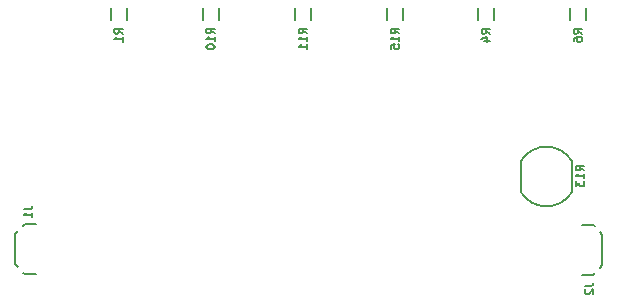
<source format=gbr>
%TF.GenerationSoftware,KiCad,Pcbnew,5.99.0-unknown-0e3c79d3b2~131~ubuntu20.04.1*%
%TF.CreationDate,2021-09-07T14:15:13+02:00*%
%TF.ProjectId,VESC_UI,56455343-5f55-4492-9e6b-696361645f70,v2.0.0*%
%TF.SameCoordinates,Original*%
%TF.FileFunction,Legend,Bot*%
%TF.FilePolarity,Positive*%
%FSLAX46Y46*%
G04 Gerber Fmt 4.6, Leading zero omitted, Abs format (unit mm)*
G04 Created by KiCad (PCBNEW 5.99.0-unknown-0e3c79d3b2~131~ubuntu20.04.1) date 2021-09-07 14:15:13*
%MOMM*%
%LPD*%
G01*
G04 APERTURE LIST*
%ADD10C,0.127000*%
G04 APERTURE END LIST*
D10*
%TO.C,R4*%
X154316666Y-81483333D02*
X153983333Y-81250000D01*
X154316666Y-81083333D02*
X153616666Y-81083333D01*
X153616666Y-81350000D01*
X153650000Y-81416666D01*
X153683333Y-81450000D01*
X153750000Y-81483333D01*
X153850000Y-81483333D01*
X153916666Y-81450000D01*
X153950000Y-81416666D01*
X153983333Y-81350000D01*
X153983333Y-81083333D01*
X153850000Y-82083333D02*
X154316666Y-82083333D01*
X153583333Y-81916666D02*
X154083333Y-81750000D01*
X154083333Y-82183333D01*
%TO.C,R1*%
X123216666Y-81483333D02*
X122883333Y-81250000D01*
X123216666Y-81083333D02*
X122516666Y-81083333D01*
X122516666Y-81350000D01*
X122550000Y-81416666D01*
X122583333Y-81450000D01*
X122650000Y-81483333D01*
X122750000Y-81483333D01*
X122816666Y-81450000D01*
X122850000Y-81416666D01*
X122883333Y-81350000D01*
X122883333Y-81083333D01*
X123216666Y-82150000D02*
X123216666Y-81750000D01*
X123216666Y-81950000D02*
X122516666Y-81950000D01*
X122616666Y-81883333D01*
X122683333Y-81816666D01*
X122716666Y-81750000D01*
%TO.C,R6*%
X162116666Y-81483333D02*
X161783333Y-81250000D01*
X162116666Y-81083333D02*
X161416666Y-81083333D01*
X161416666Y-81350000D01*
X161450000Y-81416666D01*
X161483333Y-81450000D01*
X161550000Y-81483333D01*
X161650000Y-81483333D01*
X161716666Y-81450000D01*
X161750000Y-81416666D01*
X161783333Y-81350000D01*
X161783333Y-81083333D01*
X161416666Y-82083333D02*
X161416666Y-81950000D01*
X161450000Y-81883333D01*
X161483333Y-81850000D01*
X161583333Y-81783333D01*
X161716666Y-81750000D01*
X161983333Y-81750000D01*
X162050000Y-81783333D01*
X162083333Y-81816666D01*
X162116666Y-81883333D01*
X162116666Y-82016666D01*
X162083333Y-82083333D01*
X162050000Y-82116666D01*
X161983333Y-82150000D01*
X161816666Y-82150000D01*
X161750000Y-82116666D01*
X161716666Y-82083333D01*
X161683333Y-82016666D01*
X161683333Y-81883333D01*
X161716666Y-81816666D01*
X161750000Y-81783333D01*
X161816666Y-81750000D01*
%TO.C,J1*%
X114866666Y-96316666D02*
X115366666Y-96316666D01*
X115466666Y-96283333D01*
X115533333Y-96216666D01*
X115566666Y-96116666D01*
X115566666Y-96050000D01*
X115566666Y-97016666D02*
X115566666Y-96616666D01*
X115566666Y-96816666D02*
X114866666Y-96816666D01*
X114966666Y-96750000D01*
X115033333Y-96683333D01*
X115066666Y-96616666D01*
%TO.C,R13*%
X162316666Y-93050000D02*
X161983333Y-92816666D01*
X162316666Y-92650000D02*
X161616666Y-92650000D01*
X161616666Y-92916666D01*
X161650000Y-92983333D01*
X161683333Y-93016666D01*
X161750000Y-93050000D01*
X161850000Y-93050000D01*
X161916666Y-93016666D01*
X161950000Y-92983333D01*
X161983333Y-92916666D01*
X161983333Y-92650000D01*
X162316666Y-93716666D02*
X162316666Y-93316666D01*
X162316666Y-93516666D02*
X161616666Y-93516666D01*
X161716666Y-93450000D01*
X161783333Y-93383333D01*
X161816666Y-93316666D01*
X161616666Y-93950000D02*
X161616666Y-94383333D01*
X161883333Y-94150000D01*
X161883333Y-94250000D01*
X161916666Y-94316666D01*
X161950000Y-94350000D01*
X162016666Y-94383333D01*
X162183333Y-94383333D01*
X162250000Y-94350000D01*
X162283333Y-94316666D01*
X162316666Y-94250000D01*
X162316666Y-94050000D01*
X162283333Y-93983333D01*
X162250000Y-93950000D01*
%TO.C,J2*%
X162366666Y-102816666D02*
X162866666Y-102816666D01*
X162966666Y-102783333D01*
X163033333Y-102716666D01*
X163066666Y-102616666D01*
X163066666Y-102550000D01*
X162433333Y-103116666D02*
X162400000Y-103150000D01*
X162366666Y-103216666D01*
X162366666Y-103383333D01*
X162400000Y-103450000D01*
X162433333Y-103483333D01*
X162500000Y-103516666D01*
X162566666Y-103516666D01*
X162666666Y-103483333D01*
X163066666Y-103083333D01*
X163066666Y-103516666D01*
%TO.C,R10*%
X131016666Y-81450000D02*
X130683333Y-81216666D01*
X131016666Y-81050000D02*
X130316666Y-81050000D01*
X130316666Y-81316666D01*
X130350000Y-81383333D01*
X130383333Y-81416666D01*
X130450000Y-81450000D01*
X130550000Y-81450000D01*
X130616666Y-81416666D01*
X130650000Y-81383333D01*
X130683333Y-81316666D01*
X130683333Y-81050000D01*
X131016666Y-82116666D02*
X131016666Y-81716666D01*
X131016666Y-81916666D02*
X130316666Y-81916666D01*
X130416666Y-81850000D01*
X130483333Y-81783333D01*
X130516666Y-81716666D01*
X130316666Y-82550000D02*
X130316666Y-82616666D01*
X130350000Y-82683333D01*
X130383333Y-82716666D01*
X130450000Y-82750000D01*
X130583333Y-82783333D01*
X130750000Y-82783333D01*
X130883333Y-82750000D01*
X130950000Y-82716666D01*
X130983333Y-82683333D01*
X131016666Y-82616666D01*
X131016666Y-82550000D01*
X130983333Y-82483333D01*
X130950000Y-82450000D01*
X130883333Y-82416666D01*
X130750000Y-82383333D01*
X130583333Y-82383333D01*
X130450000Y-82416666D01*
X130383333Y-82450000D01*
X130350000Y-82483333D01*
X130316666Y-82550000D01*
%TO.C,R11*%
X138816666Y-81450000D02*
X138483333Y-81216666D01*
X138816666Y-81050000D02*
X138116666Y-81050000D01*
X138116666Y-81316666D01*
X138150000Y-81383333D01*
X138183333Y-81416666D01*
X138250000Y-81450000D01*
X138350000Y-81450000D01*
X138416666Y-81416666D01*
X138450000Y-81383333D01*
X138483333Y-81316666D01*
X138483333Y-81050000D01*
X138816666Y-82116666D02*
X138816666Y-81716666D01*
X138816666Y-81916666D02*
X138116666Y-81916666D01*
X138216666Y-81850000D01*
X138283333Y-81783333D01*
X138316666Y-81716666D01*
X138816666Y-82783333D02*
X138816666Y-82383333D01*
X138816666Y-82583333D02*
X138116666Y-82583333D01*
X138216666Y-82516666D01*
X138283333Y-82450000D01*
X138316666Y-82383333D01*
%TO.C,R15*%
X146616666Y-81450000D02*
X146283333Y-81216666D01*
X146616666Y-81050000D02*
X145916666Y-81050000D01*
X145916666Y-81316666D01*
X145950000Y-81383333D01*
X145983333Y-81416666D01*
X146050000Y-81450000D01*
X146150000Y-81450000D01*
X146216666Y-81416666D01*
X146250000Y-81383333D01*
X146283333Y-81316666D01*
X146283333Y-81050000D01*
X146616666Y-82116666D02*
X146616666Y-81716666D01*
X146616666Y-81916666D02*
X145916666Y-81916666D01*
X146016666Y-81850000D01*
X146083333Y-81783333D01*
X146116666Y-81716666D01*
X145916666Y-82750000D02*
X145916666Y-82416666D01*
X146250000Y-82383333D01*
X146216666Y-82416666D01*
X146183333Y-82483333D01*
X146183333Y-82650000D01*
X146216666Y-82716666D01*
X146250000Y-82750000D01*
X146316666Y-82783333D01*
X146483333Y-82783333D01*
X146550000Y-82750000D01*
X146583333Y-82716666D01*
X146616666Y-82650000D01*
X146616666Y-82483333D01*
X146583333Y-82416666D01*
X146550000Y-82383333D01*
%TO.C,R4*%
X154680000Y-80300000D02*
X154680000Y-79300000D01*
X153320000Y-79300000D02*
X153320000Y-80300000D01*
%TO.C,R1*%
X122220000Y-79300000D02*
X122220000Y-80300000D01*
X123580000Y-80300000D02*
X123580000Y-79300000D01*
%TO.C,R6*%
X161120000Y-79300000D02*
X161120000Y-80300000D01*
X162480000Y-80300000D02*
X162480000Y-79300000D01*
%TO.C,J1*%
X115900000Y-97610000D02*
X114950000Y-97610000D01*
X114150000Y-101010000D02*
X114150000Y-98410000D01*
X114800000Y-97760000D02*
X114950000Y-97610000D01*
X114150000Y-101010000D02*
X114400000Y-101260000D01*
X114150000Y-98410000D02*
X114400000Y-98160000D01*
X114800000Y-101710000D02*
X114950000Y-101860000D01*
X114950000Y-101860000D02*
X115900000Y-101860000D01*
%TO.C,R13*%
X156950000Y-92250000D02*
X156950000Y-94900000D01*
X161250000Y-92250000D02*
X161250000Y-94900000D01*
X156965612Y-92224524D02*
G75*
G02*
X161250000Y-92250000I2134388J-1325476D01*
G01*
X161232144Y-94928027D02*
G75*
G02*
X156950000Y-94900000I-2132144J1378027D01*
G01*
%TO.C,J2*%
X163200000Y-97790000D02*
X163050000Y-97640000D01*
X163850000Y-98490000D02*
X163850000Y-101090000D01*
X163050000Y-97640000D02*
X162100000Y-97640000D01*
X163200000Y-101740000D02*
X163050000Y-101890000D01*
X162100000Y-101890000D02*
X163050000Y-101890000D01*
X163850000Y-101090000D02*
X163600000Y-101340000D01*
X163850000Y-98490000D02*
X163600000Y-98240000D01*
%TO.C,R10*%
X130020000Y-79300000D02*
X130020000Y-80300000D01*
X131380000Y-80300000D02*
X131380000Y-79300000D01*
%TO.C,R11*%
X139180000Y-80300000D02*
X139180000Y-79300000D01*
X137820000Y-79300000D02*
X137820000Y-80300000D01*
%TO.C,R15*%
X146980000Y-80300000D02*
X146980000Y-79300000D01*
X145620000Y-79300000D02*
X145620000Y-80300000D01*
%TD*%
M02*

</source>
